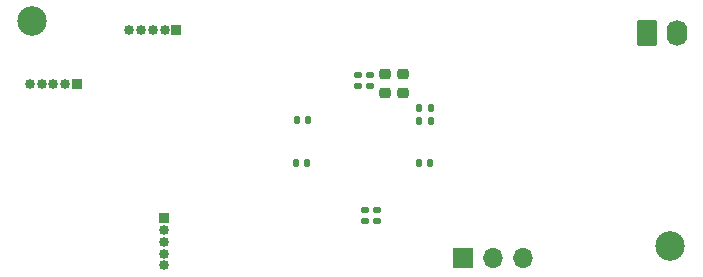
<source format=gbr>
%TF.GenerationSoftware,KiCad,Pcbnew,(6.0.6)*%
%TF.CreationDate,2022-07-04T15:46:39+03:00*%
%TF.ProjectId,gimble,67696d62-6c65-42e6-9b69-6361645f7063,0.2*%
%TF.SameCoordinates,Original*%
%TF.FileFunction,Soldermask,Bot*%
%TF.FilePolarity,Negative*%
%FSLAX46Y46*%
G04 Gerber Fmt 4.6, Leading zero omitted, Abs format (unit mm)*
G04 Created by KiCad (PCBNEW (6.0.6)) date 2022-07-04 15:46:39*
%MOMM*%
%LPD*%
G01*
G04 APERTURE LIST*
G04 Aperture macros list*
%AMRoundRect*
0 Rectangle with rounded corners*
0 $1 Rounding radius*
0 $2 $3 $4 $5 $6 $7 $8 $9 X,Y pos of 4 corners*
0 Add a 4 corners polygon primitive as box body*
4,1,4,$2,$3,$4,$5,$6,$7,$8,$9,$2,$3,0*
0 Add four circle primitives for the rounded corners*
1,1,$1+$1,$2,$3*
1,1,$1+$1,$4,$5*
1,1,$1+$1,$6,$7*
1,1,$1+$1,$8,$9*
0 Add four rect primitives between the rounded corners*
20,1,$1+$1,$2,$3,$4,$5,0*
20,1,$1+$1,$4,$5,$6,$7,0*
20,1,$1+$1,$6,$7,$8,$9,0*
20,1,$1+$1,$8,$9,$2,$3,0*%
G04 Aperture macros list end*
%ADD10C,2.500000*%
%ADD11R,0.850000X0.850000*%
%ADD12O,0.850000X0.850000*%
%ADD13R,1.700000X1.700000*%
%ADD14O,1.700000X1.700000*%
%ADD15RoundRect,0.250000X-0.620000X-0.845000X0.620000X-0.845000X0.620000X0.845000X-0.620000X0.845000X0*%
%ADD16O,1.740000X2.190000*%
%ADD17RoundRect,0.140000X-0.170000X0.140000X-0.170000X-0.140000X0.170000X-0.140000X0.170000X0.140000X0*%
%ADD18RoundRect,0.225000X0.250000X-0.225000X0.250000X0.225000X-0.250000X0.225000X-0.250000X-0.225000X0*%
%ADD19RoundRect,0.140000X-0.140000X-0.170000X0.140000X-0.170000X0.140000X0.170000X-0.140000X0.170000X0*%
%ADD20RoundRect,0.140000X0.170000X-0.140000X0.170000X0.140000X-0.170000X0.140000X-0.170000X-0.140000X0*%
%ADD21RoundRect,0.140000X0.140000X0.170000X-0.140000X0.170000X-0.140000X-0.170000X0.140000X-0.170000X0*%
G04 APERTURE END LIST*
D10*
%TO.C,REF\u002A\u002A*%
X157000000Y-72025000D03*
%TD*%
D11*
%TO.C,M500*%
X115190000Y-53680000D03*
D12*
X114190000Y-53680000D03*
X113190000Y-53680000D03*
X112190000Y-53680000D03*
X111190000Y-53680000D03*
%TD*%
D11*
%TO.C,M501*%
X106770000Y-58290000D03*
D12*
X105770000Y-58290000D03*
X104770000Y-58290000D03*
X103770000Y-58290000D03*
X102770000Y-58290000D03*
%TD*%
D13*
%TO.C,J300*%
X139475000Y-73000000D03*
D14*
X142015000Y-73000000D03*
X144555000Y-73000000D03*
%TD*%
D15*
%TO.C,J201*%
X155000000Y-54000000D03*
D16*
X157540000Y-54000000D03*
%TD*%
D11*
%TO.C,M502*%
X114170000Y-69640000D03*
D12*
X114170000Y-70640000D03*
X114170000Y-71640000D03*
X114170000Y-72640000D03*
X114170000Y-73640000D03*
%TD*%
D10*
%TO.C,REF\u002A\u002A*%
X102925000Y-52975000D03*
%TD*%
D17*
%TO.C,C309*%
X132200000Y-68920000D03*
X132200000Y-69880000D03*
%TD*%
D18*
%TO.C,C308*%
X132850000Y-59025000D03*
X132850000Y-57475000D03*
%TD*%
D19*
%TO.C,C304*%
X135695000Y-65000000D03*
X136655000Y-65000000D03*
%TD*%
D20*
%TO.C,C310*%
X130600000Y-58455000D03*
X130600000Y-57495000D03*
%TD*%
D21*
%TO.C,C305*%
X126255000Y-64975000D03*
X125295000Y-64975000D03*
%TD*%
D20*
%TO.C,C307*%
X131600000Y-58455000D03*
X131600000Y-57495000D03*
%TD*%
D19*
%TO.C,C306*%
X135745000Y-60325000D03*
X136705000Y-60325000D03*
%TD*%
%TO.C,C301*%
X135745000Y-61375000D03*
X136705000Y-61375000D03*
%TD*%
D18*
%TO.C,C300*%
X134375000Y-59025000D03*
X134375000Y-57475000D03*
%TD*%
D21*
%TO.C,C302*%
X126355000Y-61325000D03*
X125395000Y-61325000D03*
%TD*%
D17*
%TO.C,C303*%
X131200000Y-68920000D03*
X131200000Y-69880000D03*
%TD*%
M02*

</source>
